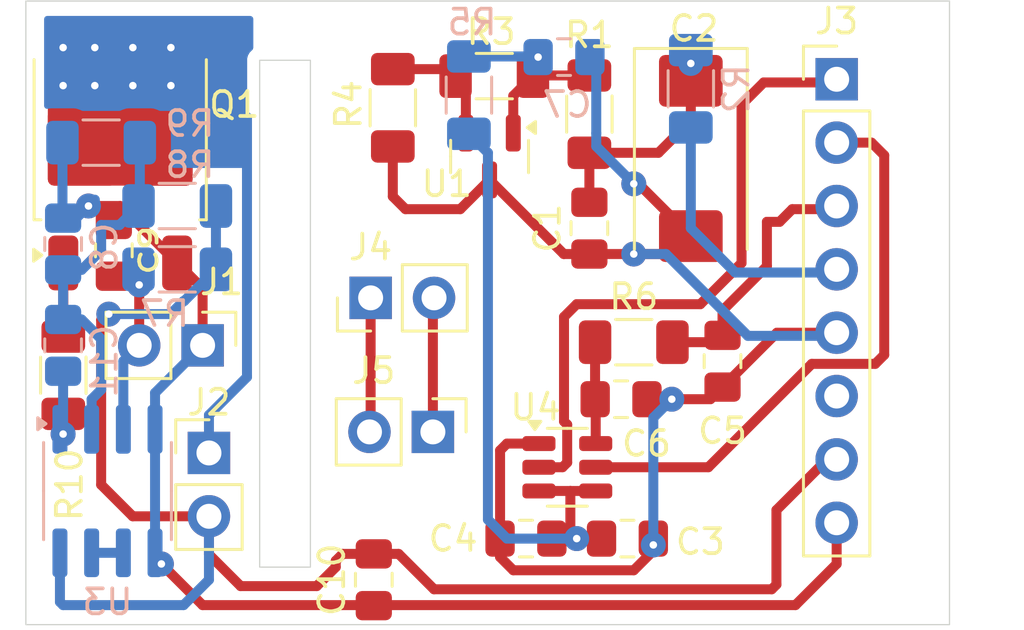
<source format=kicad_pcb>
(kicad_pcb (version 20240108) (generator "pcbnew") (generator_version "8.0")
  (layers (0 "F.Cu" signal) (31 "B.Cu" signal) (34 "B.Paste" user) (35 "F.Paste" user) (36 "B.SilkS" user "B.Silkscreen") (37 "F.SilkS" user "F.Silkscreen") (38 "B.Mask" user) (39 "F.Mask" user) (44 "Edge.Cuts" user))
  (net 0 "")
  (net 1 "GND")
  (net 2 "Net-(C1-Pad2)")
  (net 3 "/OUT")
  (net 4 "Net-(U1-K)")
  (net 5 "Net-(U3A--)")
  (net 6 "GND2")
  (net 7 "+15V")
  (net 8 "Net-(C11-Pad1)")
  (net 9 "Net-(J1-Pin_2)")
  (net 10 "Net-(J2-Pin_1)")
  (net 11 "+12V")
  (net 13 "/OUTS")
  (net 14 "/GNDS")
  (net 15 "Net-(Q1-G)")
  (net 16 "Net-(U1-REF)")
  (net 17 "Net-(U3B--)")
  (net 18 "Net-(U4-ENABLE)")
  (net 19 "Net-(U4-OUT_F)")
  (net 20 "Net-(J4-Pin_1)")
  (net 21 "Net-(J4-Pin_2)")
  (footprint "Capacitor_SMD:C_0805_2012Metric_Pad1.18x1.45mm_HandSolder" (layer "F.Cu") (at 149.098 90.551 180)
    (property "Reference" "C3" (at -2.921 -0.127 0) (layer "F.SilkS"))
    (property "Value" "100n")
    (fp_line (start -0.261252 0.735) (end 0.261252 0.735) (stroke (width 0.12)) (layer "F.SilkS"))
    (fp_line (start -0.261252 -0.735) (end 0.261252 -0.735) (stroke (width 0.12)) (layer "F.SilkS"))
    (pad "1" smd roundrect (at -1.0375 0 180) (size 1.175 1.45) (layers "F.Cu" "F.Paste" "F.Mask") (roundrect_rratio 0.212766) (net 1 "GND"))
    (pad "2" smd roundrect (at 1.0375 0 180) (size 1.175 1.45) (layers "F.Cu" "F.Paste" "F.Mask") (roundrect_rratio 0.212766) (net 18 "Net-(U4-ENABLE)"))
  )
  (footprint "Capacitor_SMD:C_0805_2012Metric_Pad1.18x1.45mm_HandSolder" (layer "F.Cu") (at 145.034 90.551)
    (property "Reference" "C4" (at -2.921 0 0) (layer "F.SilkS"))
    (property "Value" "47u")
    (fp_line (start -0.261252 -0.735) (end 0.261252 -0.735) (stroke (width 0.12)) (layer "F.SilkS"))
    (fp_line (start -0.261252 0.735) (end 0.261252 0.735) (stroke (width 0.12)) (layer "F.SilkS"))
    (pad "1" smd roundrect (at -1.0375 0) (size 1.175 1.45) (layers "F.Cu" "F.Paste" "F.Mask") (roundrect_rratio 0.212766) (net 1 "GND"))
    (pad "2" smd roundrect (at 1.0375 0) (size 1.175 1.45) (layers "F.Cu" "F.Paste" "F.Mask") (roundrect_rratio 0.212766) (net 18 "Net-(U4-ENABLE)"))
  )
  (footprint "Capacitor_SMD:C_0805_2012Metric_Pad1.18x1.45mm_HandSolder" (layer "F.Cu") (at 148.844 84.963 180)
    (property "Reference" "C6" (at -1.016 -1.778 0) (layer "F.SilkS"))
    (property "Value" "10u")
    (fp_line (start -0.261252 0.735) (end 0.261252 0.735) (stroke (width 0.12)) (layer "F.SilkS"))
    (fp_line (start -0.261252 -0.735) (end 0.261252 -0.735) (stroke (width 0.12)) (layer "F.SilkS"))
    (pad "1" smd roundrect (at -1.0375 0 180) (size 1.175 1.45) (layers "F.Cu" "F.Paste" "F.Mask") (roundrect_rratio 0.212766) (net 1 "GND"))
    (pad "2" smd roundrect (at 1.0375 0 180) (size 1.175 1.45) (layers "F.Cu" "F.Paste" "F.Mask") (roundrect_rratio 0.212766) (net 19 "Net-(U4-OUT_F)"))
  )
  (footprint "Capacitor_SMD:C_0805_2012Metric_Pad1.18x1.45mm_HandSolder" (layer "F.Cu") (at 128.524 78.994 -90)
    (property "Reference" "C9" (at 0 -1.397 90) (layer "F.SilkS") (effects (font (size 0.7 1))))
    (property "Value" "10n")
    (fp_line (start -0.261252 0.735) (end 0.261252 0.735) (stroke (width 0.12)) (layer "F.SilkS"))
    (fp_line (start -0.261252 -0.735) (end 0.261252 -0.735) (stroke (width 0.12)) (layer "F.SilkS"))
    (pad "1" smd roundrect (at -1.0375 0 270) (size 1.175 1.45) (layers "F.Cu" "F.Paste" "F.Mask") (roundrect_rratio 0.212766) (net 6 "GND2"))
    (pad "2" smd roundrect (at 1.0375 0 270) (size 1.175 1.45) (layers "F.Cu" "F.Paste" "F.Mask") (roundrect_rratio 0.212766) (net 9 "Net-(J1-Pin_2)"))
  )
  (footprint "Resistor_SMD:R_1206_3216Metric_Pad1.30x1.75mm_HandSolder" (layer "F.Cu") (at 143.764 72.009 180)
    (property "Reference" "R3" (at 0.127 1.778 180) (layer "F.SilkS"))
    (property "Value" "10k")
    (fp_line (start -0.727064 0.91) (end 0.727064 0.91) (stroke (width 0.12)) (layer "F.SilkS"))
    (fp_line (start -0.727064 -0.91) (end 0.727064 -0.91) (stroke (width 0.12)) (layer "F.SilkS"))
    (pad "1" smd roundrect (at -1.55 0 180) (size 1.3 1.75) (layers "F.Cu" "F.Paste" "F.Mask") (roundrect_rratio 0.192308) (net 4 "Net-(U1-K)"))
    (pad "2" smd roundrect (at 1.55 0 180) (size 1.3 1.75) (layers "F.Cu" "F.Paste" "F.Mask") (roundrect_rratio 0.192308) (net 16 "Net-(U1-REF)"))
  )
  (footprint "Capacitor_SMD:C_0805_2012Metric_Pad1.18x1.45mm_HandSolder" (layer "F.Cu") (at 147.574 78.105 90)
    (property "Reference" "C1" (at 0 -1.68 90) (layer "F.SilkS"))
    (property "Value" "100n")
    (fp_line (start -0.261252 -0.735) (end 0.261252 -0.735) (stroke (width 0.12)) (layer "F.SilkS"))
    (fp_line (start -0.261252 0.735) (end 0.261252 0.735) (stroke (width 0.12)) (layer "F.SilkS"))
    (pad "1" smd roundrect (at -1.0375 0 90) (size 1.175 1.45) (layers "F.Cu" "F.Paste" "F.Mask") (roundrect_rratio 0.212766) (net 1 "GND"))
    (pad "2" smd roundrect (at 1.0375 0 90) (size 1.175 1.45) (layers "F.Cu" "F.Paste" "F.Mask") (roundrect_rratio 0.212766) (net 2 "Net-(C1-Pad2)"))
  )
  (footprint "Package_TO_SOT_SMD:TO-252-2" (layer "F.Cu") (at 128.78 74.46 90)
    (property "Reference" "Q1" (at 1.308 4.57 0) (layer "F.SilkS"))
    (property "Value" "IRFS4115")
    (fp_line (start 3.11 -3.45) (end -3.31 -3.45) (stroke (width 0.12)) (layer "F.SilkS"))
    (fp_line (start -3.31 -3.45) (end -3.31 -3.18) (stroke (width 0.12)) (layer "F.SilkS"))
    (fp_line (start 3.11 3.45) (end -3.31 3.45) (stroke (width 0.12)) (layer "F.SilkS"))
    (fp_line (start -3.31 3.45) (end -3.31 3.18) (stroke (width 0.12)) (layer "F.SilkS"))
    (fp_poly (pts (xy -4.73 -3.14) (xy -4.97 -3.47) (xy -4.49 -3.47) (xy -4.73 -3.14)) (stroke (width 0.12)) (fill solid) (layer "F.SilkS"))
    (pad "1" smd roundrect (at -5.04 -2.28 90) (size 2.2 1.2) (layers "F.Cu" "F.Paste" "F.Mask") (roundrect_rratio 0.208333) (net 15 "Net-(Q1-G)"))
    (pad "2" smd roundrect (at -0.415 -1.525 90) (size 3.05 2.75) (layers "F.Cu" "F.Paste") (roundrect_rratio 0.090909) (net 10 "Net-(J2-Pin_1)"))
    (pad "2" smd roundrect (at -0.415 1.525 90) (size 3.05 2.75) (layers "F.Cu" "F.Paste") (roundrect_rratio 0.090909) (net 10 "Net-(J2-Pin_1)"))
    (pad "2" smd roundrect (at 1.26 0 90) (size 6.4 5.8) (layers "F.Cu" "F.Mask") (roundrect_rratio 0.043103) (net 10 "Net-(J2-Pin_1)"))
    (pad "2" smd roundrect (at 2.935 -1.525 90) (size 3.05 2.75) (layers "F.Cu" "F.Paste") (roundrect_rratio 0.090909) (net 10 "Net-(J2-Pin_1)"))
    (pad "2" smd roundrect (at 2.935 1.525 90) (size 3.05 2.75) (layers "F.Cu" "F.Paste") (roundrect_rratio 0.090909) (net 10 "Net-(J2-Pin_1)"))
    (pad "3" smd roundrect (at -5.04 2.28 90) (size 2.2 1.2) (layers "F.Cu" "F.Paste" "F.Mask") (roundrect_rratio 0.208333) (net 6 "GND2"))
  )
  (footprint "Connector_PinHeader_2.54mm:PinHeader_1x08_P2.54mm_Vertical" (layer "F.Cu") (at 157.48 72.136)
    (property "Reference" "J3" (at 0 -2.33 0) (layer "F.SilkS"))
    (property "Value" "Conn_01x08_Socket")
    (fp_line (start -1.33 -1.33) (end 0 -1.33) (stroke (width 0.12)) (layer "F.SilkS"))
    (fp_line (start -1.33 0) (end -1.33 -1.33) (stroke (width 0.12)) (layer "F.SilkS"))
    (fp_line (start -1.33 1.27) (end -1.33 19.11) (stroke (width 0.12)) (layer "F.SilkS"))
    (fp_line (start -1.33 1.27) (end 1.33 1.27) (stroke (width 0.12)) (layer "F.SilkS"))
    (fp_line (start -1.33 19.11) (end 1.33 19.11) (stroke (width 0.12)) (layer "F.SilkS"))
    (fp_line (start 1.33 1.27) (end 1.33 19.11) (stroke (width 0.12)) (layer "F.SilkS"))
    (pad "1" thru_hole rect (at 0 0) (size 1.7 1.7) (drill 1) (layers "*.Cu" "*.Mask") (net 14 "/GNDS"))
    (pad "2" thru_hole oval (at 0 2.54) (size 1.7 1.7) (drill 1) (layers "*.Cu" "*.Mask") (net 13 "/OUTS"))
    (pad "3" thru_hole oval (at 0 5.08) (size 1.7 1.7) (drill 1) (layers "*.Cu" "*.Mask") (net 3 "/OUT"))
    (pad "4" thru_hole oval (at 0 7.62) (size 1.7 1.7) (drill 1) (layers "*.Cu" "*.Mask") (net 11 "+12V"))
    (pad "5" thru_hole oval (at 0 10.16) (size 1.7 1.7) (drill 1) (layers "*.Cu" "*.Mask") (net 1 "GND"))
    (pad "6" thru_hole oval (at 0 12.7) (size 1.7 1.7) (drill 1) (layers "*.Cu" "*.Mask"))
    (pad "7" thru_hole oval (at 0 15.24) (size 1.7 1.7) (drill 1) (layers "*.Cu" "*.Mask") (net 7 "+15V"))
    (pad "8" thru_hole oval (at 0 17.78) (size 1.7 1.7) (drill 1) (layers "*.Cu" "*.Mask") (net 6 "GND2"))
  )
  (footprint "Resistor_SMD:R_1206_3216Metric_Pad1.30x1.75mm_HandSolder" (layer "F.Cu") (at 149.352 82.677)
    (property "Reference" "R6" (at 0 -1.82 0) (layer "F.SilkS"))
    (property "Value" "100")
    (fp_line (start -0.727064 -0.91) (end 0.727064 -0.91) (stroke (width 0.12)) (layer "F.SilkS"))
    (fp_line (start -0.727064 0.91) (end 0.727064 0.91) (stroke (width 0.12)) (layer "F.SilkS"))
    (pad "1" smd roundrect (at -1.55 0) (size 1.3 1.75) (layers "F.Cu" "F.Paste" "F.Mask") (roundrect_rratio 0.192308) (net 19 "Net-(U4-OUT_F)"))
    (pad "2" smd roundrect (at 1.55 0) (size 1.3 1.75) (layers "F.Cu" "F.Paste" "F.Mask") (roundrect_rratio 0.192308) (net 3 "/OUT"))
  )
  (footprint "Resistor_SMD:R_1206_3216Metric_Pad1.30x1.75mm_HandSolder" (layer "F.Cu") (at 126.5 84 90)
    (property "Reference" "R10" (at -4.392 0.246 90) (layer "F.SilkS"))
    (property "Value" "470")
    (fp_line (start -0.727064 -0.91) (end 0.727064 -0.91) (stroke (width 0.12)) (layer "F.SilkS"))
    (fp_line (start -0.727064 0.91) (end 0.727064 0.91) (stroke (width 0.12)) (layer "F.SilkS"))
    (pad "1" smd roundrect (at -1.55 0 90) (size 1.3 1.75) (layers "F.Cu" "F.Paste" "F.Mask") (roundrect_rratio 0.192308) (net 8 "Net-(C11-Pad1)"))
    (pad "2" smd roundrect (at 1.55 0 90) (size 1.3 1.75) (layers "F.Cu" "F.Paste" "F.Mask") (roundrect_rratio 0.192308) (net 15 "Net-(Q1-G)"))
  )
  (footprint "Connector_PinHeader_2.54mm:PinHeader_1x02_P2.54mm_Vertical" (layer "F.Cu") (at 132.334 87.117)
    (property "Reference" "J2" (at 0 -2.027 0) (layer "F.SilkS"))
    (property "Value" "HEATER")
    (fp_line (start -1.33 -1.33) (end 0 -1.33) (stroke (width 0.12)) (layer "F.SilkS"))
    (fp_line (start -1.33 0) (end -1.33 -1.33) (stroke (width 0.12)) (layer "F.SilkS"))
    (fp_line (start -1.33 1.27) (end -1.33 3.87) (stroke (width 0.12)) (layer "F.SilkS"))
    (fp_line (start -1.33 1.27) (end 1.33 1.27) (stroke (width 0.12)) (layer "F.SilkS"))
    (fp_line (start -1.33 3.87) (end 1.33 3.87) (stroke (width 0.12)) (layer "F.SilkS"))
    (fp_line (start 1.33 1.27) (end 1.33 3.87) (stroke (width 0.12)) (layer "F.SilkS"))
    (pad "1" thru_hole rect (at 0 0) (size 1.7 1.7) (drill 1) (layers "*.Cu" "*.Mask") (net 10 "Net-(J2-Pin_1)"))
    (pad "2" thru_hole oval (at 0 2.54) (size 1.7 1.7) (drill 1) (layers "*.Cu" "*.Mask") (net 7 "+15V"))
  )
  (footprint "Package_TO_SOT_SMD:SOT-23-6" (layer "F.Cu") (at 146.6905 87.691)
    (property "Reference" "U4" (at -1.2755 -2.4 0) (layer "F.SilkS"))
    (property "Value" "REF3433IDBVR")
    (fp_line (start 0 -1.56) (end -0.8 -1.56) (stroke (width 0.12)) (layer "F.SilkS"))
    (fp_line (start 0 -1.56) (end 0.8 -1.56) (stroke (width 0.12)) (layer "F.SilkS"))
    (fp_line (start 0 1.56) (end -0.8 1.56) (stroke (width 0.12)) (layer "F.SilkS"))
    (fp_line (start 0 1.56) (end 0.8 1.56) (stroke (width 0.12)) (layer "F.SilkS"))
    (fp_poly (pts (xy -1.3 -1.51) (xy -1.54 -1.84) (xy -1.06 -1.84) (xy -1.3 -1.51)) (stroke (width 0.12)) (fill solid) (layer "F.SilkS"))
    (pad "1" smd roundrect (at -1.1375 -0.95) (size 1.325 0.6) (layers "F.Cu" "F.Paste" "F.Mask") (net 1 "GND"))
    (pad "2" smd roundrect (at -1.1375 0) (size 1.325 0.6) (layers "F.Cu" "F.Paste" "F.Mask") (net 14 "/GNDS"))
    (pad "3" smd roundrect (at -1.1375 0.95) (size 1.325 0.6) (layers "F.Cu" "F.Paste" "F.Mask") (net 18 "Net-(U4-ENABLE)"))
    (pad "4" smd roundrect (at 1.1375 0.95) (size 1.325 0.6) (layers "F.Cu" "F.Paste" "F.Mask") (net 18 "Net-(U4-ENABLE)"))
    (pad "5" smd roundrect (at 1.1375 0) (size 1.325 0.6) (layers "F.Cu" "F.Paste" "F.Mask") (net 13 "/OUTS"))
    (pad "6" smd roundrect (at 1.1375 -0.95) (size 1.325 0.6) (layers "F.Cu" "F.Paste" "F.Mask") (net 19 "Net-(U4-OUT_F)"))
  )
  (footprint "Connector_PinHeader_2.54mm:PinHeader_1x02_P2.54mm_Vertical" (layer "F.Cu") (at 141.305 86.273 -90)
    (property "Reference" "J5" (at -2.453 2.367 180) (layer "F.SilkS"))
    (property "Value" "NTC")
    (fp_line (start -1.33 3.87) (end 1.33 3.87) (stroke (width 0.12)) (layer "F.SilkS"))
    (fp_line (start -1.33 1.27) (end -1.33 3.87) (stroke (width 0.12)) (layer "F.SilkS"))
    (fp_line (start -1.33 1.27) (end 1.33 1.27) (stroke (width 0.12)) (layer "F.SilkS"))
    (fp_line (start 1.33 1.27) (end 1.33 3.87) (stroke (width 0.12)) (layer "F.SilkS"))
    (fp_line (start -1.33 0) (end -1.33 -1.33) (stroke (width 0.12)) (layer "F.SilkS"))
    (fp_line (start -1.33 -1.33) (end 0 -1.33) (stroke (width 0.12)) (layer "F.SilkS"))
    (pad "1" thru_hole rect (at 0 0 270) (size 1.7 1.7) (drill 1) (layers "*.Cu" "*.Mask") (net 21 "Net-(J4-Pin_2)"))
    (pad "2" thru_hole oval (at 0 2.54 270) (size 1.7 1.7) (drill 1) (layers "*.Cu" "*.Mask") (net 20 "Net-(J4-Pin_1)"))
  )
  (footprint "Connector_PinHeader_2.54mm:PinHeader_1x02_P2.54mm_Vertical" (layer "F.Cu") (at 138.811 80.899 90)
    (property "Reference" "J4" (at 2.032 0 0) (layer "F.SilkS"))
    (property "Value" "NTC")
    (fp_line (start -1.33 -1.33) (end 0 -1.33) (stroke (width 0.12)) (layer "F.SilkS"))
    (fp_line (start -1.33 0) (end -1.33 -1.33) (stroke (width 0.12)) (layer "F.SilkS"))
    (fp_line (start 1.33 1.27) (end 1.33 3.87) (stroke (width 0.12)) (layer "F.SilkS"))
    (fp_line (start -1.33 1.27) (end 1.33 1.27) (stroke (width 0.12)) (layer "F.SilkS"))
    (fp_line (start -1.33 1.27) (end -1.33 3.87) (stroke (width 0.12)) (layer "F.SilkS"))
    (fp_line (start -1.33 3.87) (end 1.33 3.87) (stroke (width 0.12)) (layer "F.SilkS"))
    (pad "1" thru_hole rect (at 0 0 90) (size 1.7 1.7) (drill 1) (layers "*.Cu" "*.Mask") (net 20 "Net-(J4-Pin_1)"))
    (pad "2" thru_hole oval (at 0 2.54 90) (size 1.7 1.7) (drill 1) (layers "*.Cu" "*.Mask") (net 21 "Net-(J4-Pin_2)"))
  )
  (footprint "Capacitor_Tantalum_SMD:CP_EIA-7343-31_Kemet-D" (layer "F.Cu") (at 151.638 75.311 -90)
    (property "Reference" "C2" (at -5.207 -0.127 180) (layer "F.SilkS"))
    (property "Value" "220u")
    (fp_line (start -4.41 2.26) (end 3.65 2.26) (stroke (width 0.12)) (layer "F.SilkS"))
    (fp_line (start -4.41 -2.26) (end -4.41 2.26) (stroke (width 0.12)) (layer "F.SilkS"))
    (fp_line (start 3.65 -2.26) (end -4.41 -2.26) (stroke (width 0.12)) (layer "F.SilkS"))
    (pad "1" smd roundrect (at -3.1125 0 270) (size 2.075 2.55) (layers "F.Cu" "F.Paste" "F.Mask") (roundrect_rratio 0.120482) (net 2 "Net-(C1-Pad2)"))
    (pad "2" smd roundrect (at 3.1125 0 270) (size 2.075 2.55) (layers "F.Cu" "F.Paste" "F.Mask") (roundrect_rratio 0.120482) (net 1 "GND"))
  )
  (footprint "Package_TO_SOT_SMD:SOT-23" (layer "F.Cu") (at 143.576 75.2325 -90)
    (property "Reference" "U1" (at 1.0945 1.717 180) (layer "F.SilkS"))
    (property "Value" "TL431DBZ")
    (fp_line (start 0 1.56) (end -0.65 1.56) (stroke (width 0.12)) (layer "F.SilkS"))
    (fp_line (start 0 1.56) (end 0.65 1.56) (stroke (width 0.12)) (layer "F.SilkS"))
    (fp_line (start 0 -1.56) (end -0.65 -1.56) (stroke (width 0.12)) (layer "F.SilkS"))
    (fp_line (start 0 -1.56) (end 0.65 -1.56) (stroke (width 0.12)) (layer "F.SilkS"))
    (fp_poly (pts (xy -1.1625 -1.51) (xy -1.4025 -1.84) (xy -0.9225 -1.84) (xy -1.1625 -1.51)) (stroke (width 0.12)) (fill solid) (layer "F.SilkS"))
    (pad "1" smd roundrect (at -0.9375 -0.95 270) (size 1.475 0.6) (layers "F.Cu" "F.Paste" "F.Mask") (net 4 "Net-(U1-K)"))
    (pad "2" smd roundrect (at -0.9375 0.95 270) (size 1.475 0.6) (layers "F.Cu" "F.Paste" "F.Mask") (net 16 "Net-(U1-REF)"))
    (pad "3" smd roundrect (at 0.9375 0 270) (size 1.475 0.6) (layers "F.Cu" "F.Paste" "F.Mask") (net 1 "GND"))
  )
  (footprint "Capacitor_SMD:C_0805_2012Metric_Pad1.18x1.45mm_HandSolder" (layer "F.Cu") (at 152.908 83.439 90)
    (property "Reference" "C5" (at -2.794 0 180) (layer "F.SilkS"))
    (property "Value" "47u")
    (fp_line (start -0.261252 -0.735) (end 0.261252 -0.735) (stroke (width 0.12)) (layer "F.SilkS"))
    (fp_line (start -0.261252 0.735) (end 0.261252 0.735) (stroke (width 0.12)) (layer "F.SilkS"))
    (pad "1" smd roundrect (at -1.0375 0 90) (size 1.175 1.45) (layers "F.Cu" "F.Paste" "F.Mask") (roundrect_rratio 0.212766) (net 1 "GND"))
    (pad "2" smd roundrect (at 1.0375 0 90) (size 1.175 1.45) (layers "F.Cu" "F.Paste" "F.Mask") (roundrect_rratio 0.212766) (net 3 "/OUT"))
  )
  (footprint "Capacitor_SMD:C_0805_2012Metric_Pad1.18x1.45mm_HandSolder" (layer "F.Cu") (at 138.938 92.202 90)
    (property "Reference" "C10" (at 0 -1.68 90) (layer "F.SilkS"))
    (property "Value" "100n")
    (fp_line (start -0.261252 -0.735) (end 0.261252 -0.735) (stroke (width 0.12)) (layer "F.SilkS"))
    (fp_line (start -0.261252 0.735) (end 0.261252 0.735) (stroke (width 0.12)) (layer "F.SilkS"))
    (pad "1" smd roundrect (at -1.0375 0 90) (size 1.175 1.45) (layers "F.Cu" "F.Paste" "F.Mask") (roundrect_rratio 0.212766) (net 6 "GND2"))
    (pad "2" smd roundrect (at 1.0375 0 90) (size 1.175 1.45) (layers "F.Cu" "F.Paste" "F.Mask") (roundrect_rratio 0.212766) (net 7 "+15V"))
  )
  (footprint "Connector_PinHeader_2.54mm:PinHeader_1x02_P2.54mm_Vertical" (layer "F.Cu") (at 132.08 82.804 -90)
    (property "Reference" "J1" (at -2.54 -0.762 0) (layer "F.SilkS"))
    (property "Value" "NTC")
    (fp_line (start -1.33 3.87) (end 1.33 3.87) (stroke (width 0.12)) (layer "F.SilkS"))
    (fp_line (start -1.33 1.27) (end -1.33 3.87) (stroke (width 0.12)) (layer "F.SilkS"))
    (fp_line (start -1.33 1.27) (end 1.33 1.27) (stroke (width 0.12)) (layer "F.SilkS"))
    (fp_line (start 1.33 1.27) (end 1.33 3.87) (stroke (width 0.12)) (layer "F.SilkS"))
    (fp_line (start -1.33 0) (end -1.33 -1.33) (stroke (width 0.12)) (layer "F.SilkS"))
    (fp_line (start -1.33 -1.33) (end 0 -1.33) (stroke (width 0.12)) (layer "F.SilkS"))
    (pad "1" thru_hole rect (at 0 0 270) (size 1.7 1.7) (drill 1) (layers "*.Cu" "*.Mask") (net 6 "GND2"))
    (pad "2" thru_hole oval (at 0 2.54 270) (size 1.7 1.7) (drill 1) (layers "*.Cu" "*.Mask") (net 9 "Net-(J1-Pin_2)"))
  )
  (footprint "Resistor_SMD:R_1206_3216Metric_Pad1.30x1.75mm_HandSolder" (layer "F.Cu") (at 147.574 73.533 90)
    (property "Reference" "R1" (at 3.175 0 180) (layer "F.SilkS"))
    (property "Value" "330")
    (fp_line (start -0.727064 -0.91) (end 0.727064 -0.91) (stroke (width 0.12)) (layer "F.SilkS"))
    (fp_line (start -0.727064 0.91) (end 0.727064 0.91) (stroke (width 0.12)) (layer "F.SilkS"))
    (pad "1" smd roundrect (at -1.55 0 90) (size 1.3 1.75) (layers "F.Cu" "F.Paste" "F.Mask") (roundrect_rratio 0.192308) (net 2 "Net-(C1-Pad2)"))
    (pad "2" smd roundrect (at 1.55 0 90) (size 1.3 1.75) (layers "F.Cu" "F.Paste" "F.Mask") (roundrect_rratio 0.192308) (net 4 "Net-(U1-K)"))
  )
  (footprint "Resistor_SMD:R_1206_3216Metric_Pad1.30x1.75mm_HandSolder" (layer "F.Cu") (at 139.7 73.279 -90)
    (property "Reference" "R4" (at -0.127 1.778 90) (layer "F.SilkS"))
    (property "Value" "10k")
    (fp_line (start -0.727064 0.91) (end 0.727064 0.91) (stroke (width 0.12)) (layer "F.SilkS"))
    (fp_line (start -0.727064 -0.91) (end 0.727064 -0.91) (stroke (width 0.12)) (layer "F.SilkS"))
    (pad "1" smd roundrect (at -1.55 0 270) (size 1.3 1.75) (layers "F.Cu" "F.Paste" "F.Mask") (roundrect_rratio 0.192308) (net 16 "Net-(U1-REF)"))
    (pad "2" smd roundrect (at 1.55 0 270) (size 1.3 1.75) (layers "F.Cu" "F.Paste" "F.Mask") (roundrect_rratio 0.192308) (net 1 "GND"))
  )
  (footprint "Resistor_SMD:R_1206_3216Metric_Pad1.30x1.75mm_HandSolder" (layer "B.Cu") (at 131.064 77.216 180)
    (property "Reference" "R8" (at -0.508 1.651 0) (layer "B.SilkS") (effects (justify mirror)))
    (property "Value" "~")
    (fp_line (start 0.727064 0.91) (end -0.727064 0.91) (stroke (width 0.12)) (layer "B.SilkS"))
    (fp_line (start 0.727064 -0.91) (end -0.727064 -0.91) (stroke (width 0.12)) (layer "B.SilkS"))
    (pad "1" smd roundrect (at -1.55 0 180) (size 1.3 1.75) (layers "B.Cu" "B.Paste" "B.Mask") (roundrect_rratio 0.192308) (net 7 "+15V"))
    (pad "2" smd roundrect (at 1.55 0 180) (size 1.3 1.75) (layers "B.Cu" "B.Paste" "B.Mask") (roundrect_rratio 0.192308) (net 5 "Net-(U3A--)"))
  )
  (footprint "Resistor_SMD:R_1206_3216Metric_Pad1.30x1.75mm_HandSolder" (layer "B.Cu") (at 142.748 72.771 -90)
    (property "Reference" "R5" (at -2.921 -0.127 180) (layer "B.SilkS") (effects (justify mirror)))
    (property "Value" "33")
    (fp_line (start 0.727064 0.91) (end -0.727064 0.91) (stroke (width 0.12)) (layer "B.SilkS"))
    (fp_line (start 0.727064 -0.91) (end -0.727064 -0.91) (stroke (width 0.12)) (layer "B.SilkS"))
    (pad "1" smd roundrect (at -1.55 0 270) (size 1.3 1.75) (layers "B.Cu" "B.Paste" "B.Mask") (roundrect_rratio 0.192308) (net 4 "Net-(U1-K)"))
    (pad "2" smd roundrect (at 1.55 0 270) (size 1.3 1.75) (layers "B.Cu" "B.Paste" "B.Mask") (roundrect_rratio 0.192308) (net 18 "Net-(U4-ENABLE)"))
  )
  (footprint "Capacitor_SMD:C_0805_2012Metric_Pad1.18x1.45mm_HandSolder" (layer "B.Cu") (at 146.558 71.247 180)
    (property "Reference" "C7" (at -0.127 -1.905 0) (layer "B.SilkS") (effects (justify mirror)))
    (property "Value" "10u")
    (fp_line (start 0.261252 0.735) (end -0.261252 0.735) (stroke (width 0.12)) (layer "B.SilkS"))
    (fp_line (start 0.261252 -0.735) (end -0.261252 -0.735) (stroke (width 0.12)) (layer "B.SilkS"))
    (pad "1" smd roundrect (at -1.0375 0 180) (size 1.175 1.45) (layers "B.Cu" "B.Paste" "B.Mask") (roundrect_rratio 0.212766) (net 1 "GND"))
    (pad "2" smd roundrect (at 1.0375 0 180) (size 1.175 1.45) (layers "B.Cu" "B.Paste" "B.Mask") (roundrect_rratio 0.212766) (net 4 "Net-(U1-K)"))
  )
  (footprint "Resistor_SMD:R_1206_3216Metric_Pad1.30x1.75mm_HandSolder" (layer "B.Cu") (at 128.016 74.676 180)
    (property "Reference" "R9" (at -3.556 0.762 0) (layer "B.SilkS") (effects (justify mirror)))
    (property "Value" "~")
    (fp_line (start 0.727064 0.91) (end -0.727064 0.91) (stroke (width 0.12)) (layer "B.SilkS"))
    (fp_line (start 0.727064 -0.91) (end -0.727064 -0.91) (stroke (width 0.12)) (layer "B.SilkS"))
    (pad "1" smd roundrect (at -1.55 0 180) (size 1.3 1.75) (layers "B.Cu" "B.Paste" "B.Mask") (roundrect_rratio 0.192308) (net 5 "Net-(U3A--)"))
    (pad "2" smd roundrect (at 1.55 0 180) (size 1.3 1.75) (layers "B.Cu" "B.Paste" "B.Mask") (roundrect_rratio 0.192308) (net 6 "GND2"))
  )
  (footprint "Package_SO:SOIC-8_3.9x4.9mm_P1.27mm" (layer "B.Cu") (at 128.27 88.646 -90)
    (property "Reference" "U3" (at 4.445 0 180) (layer "B.SilkS") (effects (justify mirror)))
    (property "Value" "LM358")
    (fp_line (start -1.95 2.56) (end 0 2.56) (stroke (width 0.12)) (layer "B.SilkS"))
    (fp_line (start 1.95 2.56) (end 0 2.56) (stroke (width 0.12)) (layer "B.SilkS"))
    (fp_line (start -1.95 -2.56) (end 0 -2.56) (stroke (width 0.12)) (layer "B.SilkS"))
    (fp_line (start 1.95 -2.56) (end 0 -2.56) (stroke (width 0.12)) (layer "B.SilkS"))
    (fp_poly (pts (xy -2.7 2.465) (xy -2.94 2.795) (xy -2.46 2.795) (xy -2.7 2.465)) (stroke (width 0.12)) (fill solid) (layer "B.SilkS"))
    (pad "1" smd roundrect (at -2.475 1.905 270) (size 1.95 0.6) (layers "B.Cu" "B.Paste" "B.Mask") (net 8 "Net-(C11-Pad1)"))
    (pad "2" smd roundrect (at -2.475 0.635 270) (size 1.95 0.6) (layers "B.Cu" "B.Paste" "B.Mask") (net 5 "Net-(U3A--)"))
    (pad "3" smd roundrect (at -2.475 -0.635 270) (size 1.95 0.6) (layers "B.Cu" "B.Paste" "B.Mask") (net 9 "Net-(J1-Pin_2)"))
    (pad "4" smd roundrect (at -2.475 -1.905 270) (size 1.95 0.6) (layers "B.Cu" "B.Paste" "B.Mask") (net 6 "GND2"))
    (pad "5" smd roundrect (at 2.475 -1.905 270) (size 1.95 0.6) (layers "B.Cu" "B.Paste" "B.Mask") (net 6 "GND2"))
    (pad "6" smd roundrect (at 2.475 -0.635 270) (size 1.95 0.6) (layers "B.Cu" "B.Paste" "B.Mask") (net 17 "Net-(U3B--)"))
    (pad "7" smd roundrect (at 2.475 0.635 270) (size 1.95 0.6) (layers "B.Cu" "B.Paste" "B.Mask") (net 17 "Net-(U3B--)"))
    (pad "8" smd roundrect (at 2.475 1.905 270) (size 1.95 0.6) (layers "B.Cu" "B.Paste" "B.Mask") (net 7 "+15V"))
  )
  (footprint "Resistor_SMD:R_1206_3216Metric_Pad1.30x1.75mm_HandSolder" (layer "B.Cu") (at 151.638 72.517 90)
    (property "Reference" "R2" (at 0 1.82 90) (layer "B.SilkS") (effects (justify mirror)))
    (property "Value" "680")
    (fp_line (start 0.727064 -0.91) (end -0.727064 -0.91) (stroke (width 0.12)) (layer "B.SilkS"))
    (fp_line (start 0.727064 0.91) (end -0.727064 0.91) (stroke (width 0.12)) (layer "B.SilkS"))
    (pad "1" smd roundrect (at -1.55 0 90) (size 1.3 1.75) (layers "B.Cu" "B.Paste" "B.Mask") (roundrect_rratio 0.192308) (net 11 "+12V"))
    (pad "2" smd roundrect (at 1.55 0 90) (size 1.3 1.75) (layers "B.Cu" "B.Paste" "B.Mask") (roundrect_rratio 0.192308) (net 2 "Net-(C1-Pad2)"))
  )
  (footprint "Capacitor_SMD:C_0805_2012Metric_Pad1.18x1.45mm_HandSolder" (layer "B.Cu") (at 126.492 78.74 -90)
    (property "Reference" "C8" (at 0.127 -1.651 90) (layer "B.SilkS") (effects (justify mirror)))
    (property "Value" "100n")
    (fp_line (start 0.261252 0.735) (end -0.261252 0.735) (stroke (width 0.12)) (layer "B.SilkS"))
    (fp_line (start 0.261252 -0.735) (end -0.261252 -0.735) (stroke (width 0.12)) (layer "B.SilkS"))
    (pad "1" smd roundrect (at -1.0375 0 270) (size 1.175 1.45) (layers "B.Cu" "B.Paste" "B.Mask") (roundrect_rratio 0.212766) (net 6 "GND2"))
    (pad "2" smd roundrect (at 1.0375 0 270) (size 1.175 1.45) (layers "B.Cu" "B.Paste" "B.Mask") (roundrect_rratio 0.212766) (net 5 "Net-(U3A--)"))
  )
  (footprint "Capacitor_SMD:C_0805_2012Metric_Pad1.18x1.45mm_HandSolder" (layer "B.Cu") (at 126.492 82.804 90)
    (property "Reference" "C11" (at -0.635 1.651 90) (layer "B.SilkS") (effects (justify mirror)))
    (property "Value" "10u")
    (fp_line (start 0.261252 -0.735) (end -0.261252 -0.735) (stroke (width 0.12)) (layer "B.SilkS"))
    (fp_line (start 0.261252 0.735) (end -0.261252 0.735) (stroke (width 0.12)) (layer "B.SilkS"))
    (pad "1" smd roundrect (at -1.0375 0 90) (size 1.175 1.45) (layers "B.Cu" "B.Paste" "B.Mask") (roundrect_rratio 0.212766) (net 8 "Net-(C11-Pad1)"))
    (pad "2" smd roundrect (at 1.0375 0 90) (size 1.175 1.45) (layers "B.Cu" "B.Paste" "B.Mask") (roundrect_rratio 0.212766) (net 5 "Net-(U3A--)"))
  )
  (footprint "Resistor_SMD:R_1206_3216Metric_Pad1.30x1.75mm_HandSolder" (layer "B.Cu") (at 131.064 79.756 180)
    (property "Reference" "R7" (at 0.508 -1.778 0) (layer "B.SilkS") (effects (justify mirror)))
    (property "Value" "~")
    (fp_line (start 0.727064 0.91) (end -0.727064 0.91) (stroke (width 0.12)) (layer "B.SilkS"))
    (fp_line (start 0.727064 -0.91) (end -0.727064 -0.91) (stroke (width 0.12)) (layer "B.SilkS"))
    (pad "1" smd roundrect (at -1.55 0 180) (size 1.3 1.75) (layers "B.Cu" "B.Paste" "B.Mask") (roundrect_rratio 0.192308) (net 7 "+15V"))
    (pad "2" smd roundrect (at 1.55 0 180) (size 1.3 1.75) (layers "B.Cu" "B.Paste" "B.Mask") (roundrect_rratio 0.192308) (net 9 "Net-(J1-Pin_2)"))
  )
  (gr_rect (start 134.366 71.374) (end 136.398 91.694) (stroke (width 0.05)) (fill none) (layer "Edge.Cuts"))
  (gr_rect (start 125 69) (end 162 94) (stroke (width 0.05)) (fill none) (layer "Edge.Cuts"))
  (segment (start 143.9965 90.551) (end 143.9965 91.2915) (width 0.4) (layer "F.Cu") (net 1))
  (segment (start 152.4215 84.963) (end 152.908 84.4765) (width 0.4) (layer "F.Cu") (net 1))
  (segment (start 149.8815 84.963) (end 150.876 84.963) (width 0.4) (layer "F.Cu") (net 1))
  (segment (start 149.352 79.1425) (end 150.919 79.1425) (width 0.4) (layer "F.Cu") (net 1))
  (segment (start 144.272 86.741) (end 145.553 86.741) (width 0.4) (layer "F.Cu") (net 1))
  (segment (start 149.352 91.821) (end 150.1355 91.0375) (width 0.4) (layer "F.Cu") (net 1))
  (segment (start 156.845 82.296) (end 156.972 82.423) (width 0.4) (layer "F.Cu") (net 1))
  (segment (start 143.9965 87.0165) (end 144.272 86.741) (width 0.4) (layer "F.Cu") (net 1))
  (segment (start 150.1355 91.0375) (end 150.1355 90.805) (width 0.4) (layer "F.Cu") (net 1))
  (segment (start 150.876 84.963) (end 152.4215 84.963) (width 0.4) (layer "F.Cu") (net 1))
  (segment (start 150.919 79.1425) (end 151.638 78.4235) (width 0.4) (layer "F.Cu") (net 1))
  (segment (start 142.403 77.343) (end 143.576 76.17) (width 0.4) (layer "F.Cu") (net 1))
  (segment (start 152.908 84.4765) (end 155.0885 82.296) (width 0.4) (layer "F.Cu") (net 1))
  (segment (start 143.576 76.17) (end 146.5485 79.1425) (width 0.4) (layer "F.Cu") (net 1))
  (segment (start 144.526 91.821) (end 149.352 91.821) (width 0.4) (layer "F.Cu") (net 1))
  (segment (start 140.208 77.343) (end 142.403 77.343) (width 0.4) (layer "F.Cu") (net 1))
  (segment (start 147.574 79.1425) (end 149.352 79.1425) (width 0.4) (layer "F.Cu") (net 1))
  (segment (start 139.7 74.829) (end 139.7 76.835) (width 0.4) (layer "F.Cu") (net 1))
  (segment (start 150.1355 90.805) (end 150.1355 90.551) (width 0.4) (layer "F.Cu") (net 1))
  (segment (start 143.9965 90.551) (end 143.9965 87.0165) (width 0.4) (layer "F.Cu") (net 1))
  (segment (start 143.9965 91.2915) (end 144.526 91.821) (width 0.4) (layer "F.Cu") (net 1))
  (segment (start 139.7 76.835) (end 140.208 77.343) (width 0.4) (layer "F.Cu") (net 1))
  (segment (start 155.0885 82.296) (end 156.845 82.296) (width 0.4) (layer "F.Cu") (net 1))
  (segment (start 149.352 76.327) (end 149.5415 76.327) (width 0.4) (layer "F.Cu") (net 1))
  (segment (start 149.5415 76.327) (end 151.638 78.4235) (width 0.4) (layer "F.Cu") (net 1))
  (segment (start 146.5485 79.1425) (end 147.574 79.1425) (width 0.4) (layer "F.Cu") (net 1))
  (via (at 149.352 79.1425) (size 1) (drill 0.3) (layers "F.Cu" "B.Cu") (net 1))
  (via (at 150.876 84.963) (size 1) (drill 0.3) (layers "F.Cu" "B.Cu") (net 1))
  (via (at 150.1355 90.805) (size 1) (drill 0.3) (layers "F.Cu" "B.Cu") (net 1))
  (via (at 149.352 76.327) (size 1) (drill 0.3) (layers "F.Cu" "B.Cu") (net 1))
  (segment (start 147.8495 74.295) (end 147.8495 74.8245) (width 0.4) (layer "B.Cu") (net 1))
  (segment (start 147.8495 74.8245) (end 149.352 76.327) (width 0.4) (layer "B.Cu") (net 1))
  (segment (start 150.6435 79.1425) (end 153.924 82.423) (width 0.4) (layer "B.Cu") (net 1))
  (segment (start 147.8495 74.295) (end 147.8495 71.501) (width 0.4) (layer "B.Cu") (net 1))
  (segment (start 150.1355 90.805) (end 150.1355 85.7035) (width 0.4) (layer "B.Cu") (net 1))
  (segment (start 147.8495 71.501) (end 147.5955 71.247) (width 0.4) (layer "B.Cu") (net 1))
  (segment (start 153.924 82.423) (end 156.972 82.423) (width 0.4) (layer "B.Cu") (net 1))
  (segment (start 150.1355 85.7035) (end 150.876 84.963) (width 0.4) (layer "B.Cu") (net 1))
  (segment (start 149.352 79.1425) (end 150.6435 79.1425) (width 0.4) (layer "B.Cu") (net 1))
  (segment (start 147.574 75.083) (end 147.574 77.0675) (width 0.4) (layer "F.Cu") (net 2))
  (segment (start 147.574 75.083) (end 150.342 75.083) (width 0.4) (layer "F.Cu") (net 2))
  (segment (start 151.638 73.787) (end 151.638 72.1985) (width 0.4) (layer "F.Cu") (net 2))
  (segment (start 150.342 75.083) (end 151.638 73.787) (width 0.4) (layer "F.Cu") (net 2))
  (via (at 151.638 71.501) (size 1) (drill 0.3) (layers "F.Cu" "B.Cu") (net 2))
  (segment (start 152.6325 82.677) (end 152.908 82.4015) (width 0.4) (layer "F.Cu") (net 3))
  (segment (start 154.686 79.629) (end 154.686 77.851) (width 0.4) (layer "F.Cu") (net 3))
  (segment (start 154.686 77.851) (end 155.194 77.851) (width 0.4) (layer "F.Cu") (net 3))
  (segment (start 152.908 81.407) (end 154.686 79.629) (width 0.4) (layer "F.Cu") (net 3))
  (segment (start 150.902 82.677) (end 152.6325 82.677) (width 0.4) (layer "F.Cu") (net 3))
  (segment (start 155.702 77.343) (end 156.972 77.343) (width 0.4) (layer "F.Cu") (net 3))
  (segment (start 155.194 77.851) (end 155.702 77.343) (width 0.4) (layer "F.Cu") (net 3))
  (segment (start 152.908 82.4015) (end 152.908 81.407) (width 0.4) (layer "F.Cu") (net 3))
  (segment (start 147.574 71.983) (end 145.34 71.983) (width 0.4) (layer "F.Cu") (net 4))
  (segment (start 144.526 72.797) (end 145.314 72.009) (width 0.4) (layer "F.Cu") (net 4))
  (segment (start 145.34 71.983) (end 145.314 72.009) (width 0.4) (layer "F.Cu") (net 4))
  (segment (start 144.526 74.295) (end 144.526 72.797) (width 0.4) (layer "F.Cu") (net 4))
  (via (at 145.5205 71.247) (size 1) (drill 0.3) (layers "F.Cu" "B.Cu") (net 4))
  (segment (start 145.4945 71.221) (end 145.5205 71.247) (width 0.4) (layer "B.Cu") (net 4))
  (segment (start 142.748 71.221) (end 145.4945 71.221) (width 0.4) (layer "B.Cu") (net 4))
  (segment (start 127.635 84.963) (end 128.016 84.582) (width 0.4) (layer "B.Cu") (net 5))
  (segment (start 129.566 74.676) (end 129.566 77.164) (width 0.4) (layer "B.Cu") (net 5))
  (segment (start 128.016 84.582) (end 128.016 82.55) (width 0.4) (layer "B.Cu") (net 5))
  (segment (start 129.566 77.164) (end 129.514 77.216) (width 0.4) (layer "B.Cu") (net 5))
  (segment (start 126.492 79.7775) (end 126.492 81.7665) (width 0.4) (layer "B.Cu") (net 5))
  (segment (start 128.752 77.978) (end 129.514 77.216) (width 0.4) (layer "B.Cu") (net 5))
  (segment (start 128.016 78.994) (end 128.016 77.978) (width 0.4) (layer "B.Cu") (net 5))
  (segment (start 127.2325 79.7775) (end 128.016 78.994) (width 0.4) (layer "B.Cu") (net 5))
  (segment (start 126.492 79.7775) (end 127.2325 79.7775) (width 0.4) (layer "B.Cu") (net 5))
  (segment (start 128.016 77.978) (end 128.752 77.978) (width 0.4) (layer "B.Cu") (net 5))
  (segment (start 127.2325 81.7665) (end 126.492 81.7665) (width 0.4) (layer "B.Cu") (net 5))
  (segment (start 128.016 82.55) (end 127.2325 81.7665) (width 0.4) (layer "B.Cu") (net 5))
  (segment (start 127.635 86.171) (end 127.635 84.963) (width 0.4) (layer "B.Cu") (net 5))
  (segment (start 155.829 93.218) (end 132.08 93.218) (width 0.4) (layer "F.Cu") (net 6))
  (segment (start 130.429 91.567) (end 130.302 91.44) (width 0.4) (layer "F.Cu") (net 6))
  (segment (start 132.08 93.218) (end 130.429 91.567) (width 0.4) (layer "F.Cu") (net 6))
  (segment (start 132.08 82.804) (end 132.08 80.52) (width 0.4) (layer "F.Cu") (net 6))
  (segment (start 132.08 80.52) (end 131.06 79.5) (width 0.4) (layer "F.Cu") (net 6))
  (segment (start 157.48 89.916) (end 157.48 91.567) (width 0.4) (layer "F.Cu") (net 6))
  (segment (start 157.48 91.567) (end 155.829 93.218) (width 0.4) (layer "F.Cu") (net 6))
  (segment (start 127.508 77.216) (end 128.776 77.216) (width 0.4) (layer "F.Cu") (net 6))
  (segment (start 128.776 77.216) (end 131.06 79.5) (width 0.4) (layer "F.Cu") (net 6))
  (via (at 130.429 91.567) (size 1) (drill 0.3) (layers "F.Cu" "B.Cu") (net 6))
  (via (at 127.508 77.216) (size 1) (drill 0.3) (layers "F.Cu" "B.Cu") (net 6))
  (segment (start 130.175 86.171) (end 130.175 91.121) (width 0.4) (layer "B.Cu") (net 6))
  (segment (start 126.466 74.676) (end 126.466 77.6765) (width 0.4) (layer "B.Cu") (net 6))
  (segment (start 127.0215 77.7025) (end 127.508 77.216) (width 0.4) (layer "B.Cu") (net 6))
  (segment (start 126.466 77.6765) (end 126.492 77.7025) (width 0.4) (layer "B.Cu") (net 6))
  (segment (start 126.492 77.7025) (end 127.0215 77.7025) (width 0.4) (layer "B.Cu") (net 6))
  (segment (start 127.508 77.216) (end 127.762 76.962) (width 0.4) (layer "B.Cu") (net 6))
  (segment (start 130.175 86.171) (end 130.175 84.709) (width 0.4) (layer "B.Cu") (net 6))
  (segment (start 130.175 84.709) (end 132.08 82.804) (width 0.4) (layer "B.Cu") (net 6))
  (segment (start 139.9325 91.1645) (end 138.938 91.1645) (width 0.4) (layer "F.Cu") (net 7))
  (segment (start 156.972 87.503) (end 155.067 89.408) (width 0.4) (layer "F.Cu") (net 7))
  (segment (start 137.6895 91.1645) (end 137.414 91.44) (width 0.4) (layer "F.Cu") (net 7))
  (segment (start 137.414 91.694) (end 136.652 92.456) (width 0.4) (layer "F.Cu") (net 7))
  (segment (start 133.604 92.456) (end 132.334 91.186) (width 0.4) (layer "F.Cu") (net 7))
  (segment (start 132.334 89.657) (end 129.281 89.657) (width 0.4) (layer "F.Cu") (net 7))
  (segment (start 128.016 81.788) (end 128.27 81.534) (width 0.4) (layer "F.Cu") (net 7))
  (segment (start 138.938 91.1645) (end 137.6895 91.1645) (width 0.4) (layer "F.Cu") (net 7))
  (segment (start 141.351 92.583) (end 139.9325 91.1645) (width 0.4) (layer "F.Cu") (net 7))
  (segment (start 137.414 91.44) (end 137.414 91.694) (width 0.4) (layer "F.Cu") (net 7))
  (segment (start 136.652 92.456) (end 133.604 92.456) (width 0.4) (layer "F.Cu") (net 7))
  (segment (start 154.878 92.583) (end 141.351 92.583) (width 0.4) (layer "F.Cu") (net 7))
  (segment (start 129.281 89.657) (end 128.016 88.392) (width 0.4) (layer "F.Cu") (net 7))
  (segment (start 132.334 91.186) (end 132.334 89.657) (width 0.4) (layer "F.Cu") (net 7))
  (segment (start 155.067 92.394) (end 154.878 92.583) (width 0.4) (layer "F.Cu") (net 7))
  (segment (start 155.067 89.408) (end 155.067 92.394) (width 0.4) (layer "F.Cu") (net 7))
  (segment (start 128.016 88.392) (end 128.016 81.788) (width 0.4) (layer "F.Cu") (net 7))
  (via (at 128.322028 81.550443) (size 1) (drill 0.3) (layers "F.Cu" "B.Cu") (net 7))
  (segment (start 126.492 93.218) (end 131.318 93.218) (width 0.4) (layer "B.Cu") (net 7))
  (segment (start 131.344 81.026) (end 132.614 79.756) (width 0.4) (layer "B.Cu") (net 7))
  (segment (start 132.334 92.202) (end 132.334 89.657) (width 0.4) (layer "B.Cu") (net 7))
  (segment (start 130.793557 81.550443) (end 131.318 81.026) (width 0.4) (layer "B.Cu") (net 7))
  (segment (start 131.318 81.026) (end 131.344 81.026) (width 0.4) (layer "B.Cu") (net 7))
  (segment (start 128.322028 81.550443) (end 130.793557 81.550443) (width 0.4) (layer "B.Cu") (net 7))
  (segment (start 126.365 91.121) (end 126.365 93.091) (width 0.4) (layer "B.Cu") (net 7))
  (segment (start 132.614 79.756) (end 132.614 77.216) (width 0.4) (layer "B.Cu") (net 7))
  (segment (start 126.365 93.091) (end 126.492 93.218) (width 0.4) (layer "B.Cu") (net 7))
  (segment (start 131.318 93.218) (end 132.334 92.202) (width 0.4) (layer "B.Cu") (net 7))
  (via (at 126.492 86.36) (size 1) (drill 0.3) (layers "F.Cu" "B.Cu") (net 8))
  (segment (start 126.492 86.36) (end 126.492 83.8415) (width 0.4) (layer "B.Cu") (net 8))
  (segment (start 129.54 80.38) (end 129.54 82.804) (width 0.4) (layer "F.Cu") (net 9))
  (via (at 129.54 80.38) (size 1) (drill 0.3) (layers "F.Cu" "B.Cu") (net 9))
  (segment (start 128.905 83.439) (end 129.54 82.804) (width 0.4) (layer "B.Cu") (net 9))
  (segment (start 129.54 79.782) (end 129.514 79.756) (width 0.4) (layer "B.Cu") (net 9))
  (segment (start 128.905 86.171) (end 128.905 83.439) (width 0.4) (layer "B.Cu") (net 9))
  (via (at 129.286 70.866) (size 1) (drill 0.3) (layers "F.Cu" "B.Cu") (net 10))
  (via (at 127.762 70.866) (size 1) (drill 0.3) (layers "F.Cu" "B.Cu") (net 10))
  (via (at 129.286 72.39) (size 1) (drill 0.3) (layers "F.Cu" "B.Cu") (net 10))
  (via (at 127.762 72.39) (size 1) (drill 0.3) (layers "F.Cu" "B.Cu") (net 10))
  (via (at 126.492 72.39) (size 1) (drill 0.3) (layers "F.Cu" "B.Cu") (net 10))
  (via (at 130.81 70.866) (size 1) (drill 0.3) (layers "F.Cu" "B.Cu") (net 10))
  (via (at 130.81 72.39) (size 1) (drill 0.3) (layers "F.Cu" "B.Cu") (net 10))
  (via (at 126.492 70.866) (size 1) (drill 0.3) (layers "F.Cu" "B.Cu") (net 10))
  (segment (start 132.334 85.598) (end 133.858 84.074) (width 0.4) (layer "B.Cu") (net 10))
  (segment (start 133.858 84.074) (end 133.858 73.66) (width 0.4) (layer "B.Cu") (net 10))
  (segment (start 132.334 87.117) (end 132.334 85.598) (width 0.4) (layer "B.Cu") (net 10))
  (segment (start 127.762 70.866) (end 126.492 70.866) (width 0.4) (layer "B.Cu") (net 10))
  (segment (start 130.81 70.866) (end 129.286 70.866) (width 0.4) (layer "B.Cu") (net 10))
  (segment (start 133.858 73.66) (end 131.064 70.866) (width 0.4) (layer "B.Cu") (net 10))
  (segment (start 129.286 70.866) (end 127.762 70.866) (width 0.4) (layer "B.Cu") (net 10))
  (segment (start 131.064 70.866) (end 130.81 70.866) (width 0.4) (layer "B.Cu") (net 10))
  (segment (start 151.638 78.105) (end 151.638 74.067) (width 0.4) (layer "B.Cu") (net 11))
  (segment (start 156.972 79.883) (end 153.416 79.883) (width 0.4) (layer "B.Cu") (net 11))
  (segment (start 153.416 79.883) (end 151.638 78.105) (width 0.4) (layer "B.Cu") (net 11))
  (segment (start 152.339 87.691) (end 156.484 83.546) (width 0.4) (layer "F.Cu") (net 13))
  (segment (start 159.024 83.546) (end 159.385 83.185) (width 0.4) (layer "F.Cu") (net 13))
  (segment (start 147.828 87.691) (end 152.339 87.691) (width 0.4) (layer "F.Cu") (net 13))
  (segment (start 159.385 75.184) (end 158.877 74.676) (width 0.4) (layer "F.Cu") (net 13))
  (segment (start 159.385 83.185) (end 159.385 75.184) (width 0.4) (layer "F.Cu") (net 13))
  (segment (start 156.484 83.546) (end 159.024 83.546) (width 0.4) (layer "F.Cu") (net 13))
  (segment (start 158.877 74.676) (end 157.48 74.676) (width 0.4) (layer "F.Cu") (net 13))
  (segment (start 146.685 87.503) (end 146.685 85.979) (width 0.4) (layer "F.Cu") (net 14))
  (segment (start 147.066 81.153) (end 152.019 81.153) (width 0.4) (layer "F.Cu") (net 14))
  (segment (start 145.553 87.691) (end 146.497 87.691) (width 0.4) (layer "F.Cu") (net 14))
  (segment (start 146.497 87.691) (end 146.685 87.503) (width 0.4) (layer "F.Cu") (net 14))
  (segment (start 154.559 72.263) (end 156.972 72.263) (width 0.4) (layer "F.Cu") (net 14))
  (segment (start 146.685 85.979) (end 146.558 85.852) (width 0.4) (layer "F.Cu") (net 14))
  (segment (start 146.558 85.852) (end 146.558 81.661) (width 0.4) (layer "F.Cu") (net 14))
  (segment (start 153.67 73.152) (end 154.559 72.263) (width 0.4) (layer "F.Cu") (net 14))
  (segment (start 146.558 81.661) (end 147.066 81.153) (width 0.4) (layer "F.Cu") (net 14))
  (segment (start 152.019 81.153) (end 153.67 79.502) (width 0.4) (layer "F.Cu") (net 14))
  (segment (start 153.67 79.502) (end 153.67 73.152) (width 0.4) (layer "F.Cu") (net 14))
  (segment (start 126.5 82.45) (end 126.5 79.5) (width 0.4) (layer "F.Cu") (net 15))
  (segment (start 142.626 72.421) (end 142.214 72.009) (width 0.4) (layer "F.Cu") (net 16))
  (segment (start 142.626 74.295) (end 142.626 72.421) (width 0.4) (layer "F.Cu") (net 16))
  (segment (start 141.934 71.729) (end 142.214 72.009) (width 0.4) (layer "F.Cu") (net 16))
  (segment (start 139.7 71.729) (end 141.934 71.729) (width 0.4) (layer "F.Cu") (net 16))
  (segment (start 127.635 91.121) (end 128.905 91.121) (width 0.4) (layer "B.Cu") (net 17))
  (segment (start 145.553 88.641) (end 146.812 88.641) (width 0.4) (layer "F.Cu") (net 18))
  (segment (start 146.812 88.641) (end 146.812 90.297) (width 0.4) (layer "F.Cu") (net 18))
  (segment (start 146.812 90.297) (end 147.066 90.551) (width 0.4) (layer "F.Cu") (net 18))
  (segment (start 148.0605 90.551) (end 147.066 90.551) (width 0.4) (layer "F.Cu") (net 18))
  (segment (start 147.066 90.551) (end 146.0715 90.551) (width 0.4) (layer "F.Cu") (net 18))
  (segment (start 146.812 88.641) (end 147.828 88.641) (width 0.4) (layer "F.Cu") (net 18))
  (via (at 147.066 90.551) (size 1) (drill 0.3) (layers "F.Cu" "B.Cu") (net 18))
  (segment (start 143.51 75.083) (end 142.748 74.321) (width 0.4) (layer "B.Cu") (net 18))
  (segment (start 147.066 90.551) (end 144.272 90.551) (width 0.4) (layer "B.Cu") (net 18))
  (segment (start 143.51 89.789) (end 143.51 75.083) (width 0.4) (layer "B.Cu") (net 18))
  (segment (start 144.272 90.551) (end 143.51 89.789) (width 0.4) (layer "B.Cu") (net 18))
  (segment (start 147.828 86.741) (end 147.828 84.9845) (width 0.4) (layer "F.Cu") (net 19))
  (segment (start 147.802 84.9585) (end 147.8065 84.963) (width 0.4) (layer "F.Cu") (net 19))
  (segment (start 147.802 82.677) (end 147.802 84.9585) (width 0.4) (layer "F.Cu") (net 19))
  (segment (start 147.828 84.9845) (end 147.8065 84.963) (width 0.4) (layer "F.Cu") (net 19))
  (segment (start 138.811 86.227) (end 138.765 86.273) (width 0.4) (layer "F.Cu") (net 20))
  (segment (start 138.811 80.899) (end 138.811 86.227) (width 0.4) (layer "F.Cu") (net 20))
  (segment (start 141.351 81.153) (end 141.305 81.199) (width 0.4) (layer "F.Cu") (net 21))
  (segment (start 141.305 81.199) (end 141.305 86.273) (width 0.4) (layer "F.Cu") (net 21))
  (segment (start 141.351 80.899) (end 141.351 81.153) (width 0.4) (layer "F.Cu") (net 21))
  (zone (net 10) (net_name "Net-(J2-Pin_1)") (layer "B.Cu") (connect_pads (clearance 0.5)) (min_thickness 0.25) (fill yes (thermal_gap 0.5) (thermal_bridge_width 0.5))
    (polygon (pts (xy 125.73 69.596) (xy 134.112 69.596) (xy 134.112 75.692) (xy 130.81 75.692) (xy 130.81 73.406) (xy 125.73 73.406)))
  )
)
</source>
